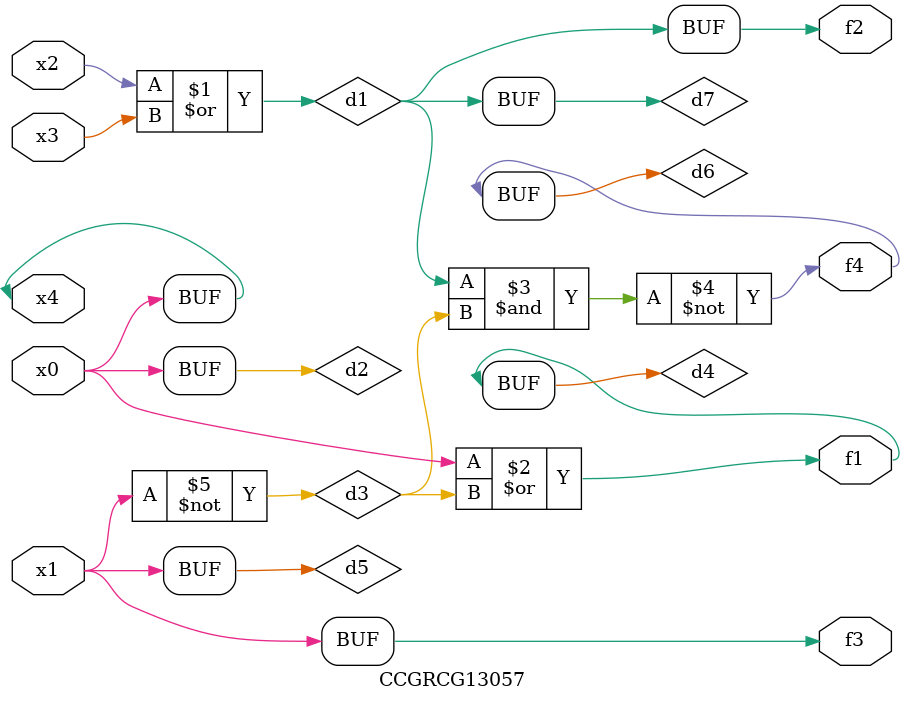
<source format=v>
module CCGRCG13057(
	input x0, x1, x2, x3, x4,
	output f1, f2, f3, f4
);

	wire d1, d2, d3, d4, d5, d6, d7;

	or (d1, x2, x3);
	buf (d2, x0, x4);
	not (d3, x1);
	or (d4, d2, d3);
	not (d5, d3);
	nand (d6, d1, d3);
	or (d7, d1);
	assign f1 = d4;
	assign f2 = d7;
	assign f3 = d5;
	assign f4 = d6;
endmodule

</source>
